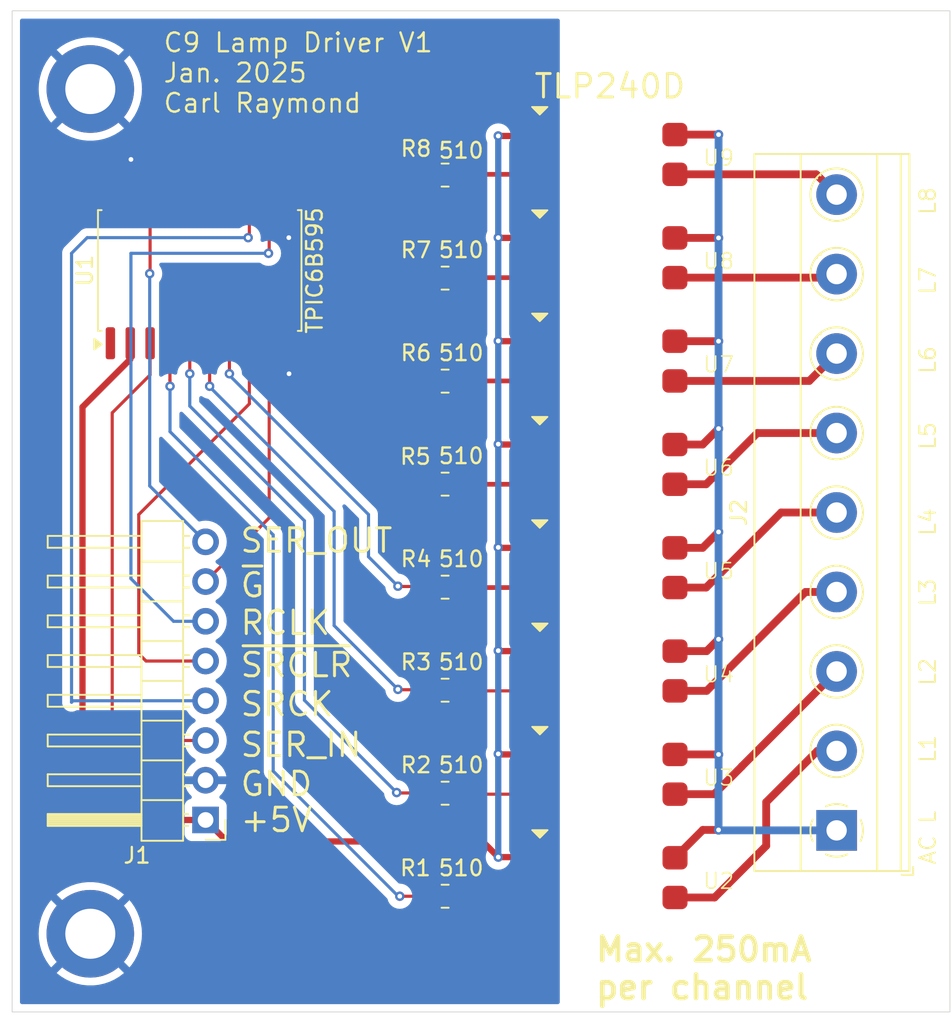
<source format=kicad_pcb>
(kicad_pcb (version 20240108) (generator "pcbnew") (generator_version "8.0")
  (layers (0 "F.Cu" signal) (31 "B.Cu" signal) (34 "B.Paste" user) (35 "F.Paste" user) (36 "B.SilkS" user "B.Silkscreen") (37 "F.SilkS" user "F.Silkscreen") (38 "B.Mask" user) (39 "F.Mask" user) (44 "Edge.Cuts" user))
  (net 0 "")
  (net 1 "/SER_IN")
  (net 2 "GND")
  (net 3 "/~{SRCLR}")
  (net 4 "+5V")
  (net 5 "/SRCK")
  (net 6 "/AC_LINE")
  (net 7 "Net-(U1-DRAIN0)")
  (net 8 "Net-(R1-Pad2)")
  (net 9 "Net-(R2-Pad2)")
  (net 10 "Net-(U1-DRAIN1)")
  (net 11 "Net-(R3-Pad2)")
  (net 12 "Net-(U1-DRAIN2)")
  (net 13 "Net-(R4-Pad2)")
  (net 14 "Net-(U1-DRAIN3)")
  (net 15 "Net-(R5-Pad2)")
  (net 16 "Net-(U1-DRAIN4)")
  (net 17 "Net-(R6-Pad2)")
  (net 18 "Net-(U1-DRAIN5)")
  (net 19 "Net-(R7-Pad2)")
  (net 20 "Net-(U1-DRAIN6)")
  (net 21 "Net-(U1-DRAIN7)")
  (net 22 "Net-(R8-Pad2)")
  (net 23 "/RCLK")
  (net 26 "/~{G}")
  (net 27 "/SER_OUT")
  (net 28 "/AC_LAMP7")
  (net 29 "/AC_LAMP6")
  (net 30 "/AC_LAMP2")
  (net 31 "/AC_LAMP5")
  (net 32 "/AC_LAMP4")
  (net 33 "/AC_LAMP1")
  (net 34 "/AC_LAMP8")
  (net 35 "/AC_LAMP3")
  (footprint "Library:TLP240D LF1" (layer "F.Cu") (at 164.052 72.39 -90)
    (property "Reference" "U7" (at 0.218 -7.148 0) (layer "F.SilkS") (effects (font (thickness 0.1))))
    (property "Value" "Relay_TLP240D")
    (fp_poly (pts (xy -3.041368 3.796505) (xy -3.041368 4.796505) (xy -2.541368 4.296505)) (stroke (width 0.1)) (fill solid) (layer "F.SilkS"))
    (pad "1" smd roundrect (at -1.27 4.35 270) (size 1.5 1.6) (layers "F.Cu" "F.Paste" "F.Mask") (net 4 "+5V"))
    (pad "2" smd roundrect (at 1.27 4.35 270) (size 1.5 1.6) (layers "F.Cu" "F.Paste" "F.Mask") (net 17 "Net-(R6-Pad2)"))
    (pad "3" smd roundrect (at 1.27 -4.35 270) (size 1.5 1.6) (layers "F.Cu" "F.Paste" "F.Mask") (net 29 "/AC_LAMP6"))
    (pad "4" smd roundrect (at -1.27 -4.35 270) (size 1.5 1.6) (layers "F.Cu" "F.Paste" "F.Mask") (net 6 "/AC_LINE"))
  )
  (footprint "Package_SO:SOIC-20W_7.5x12.8mm_P1.27mm" (layer "F.Cu") (at 138 66.6 90)
    (property "Reference" "U1" (at 0 -7.35 90) (layer "F.SilkS"))
    (property "Value" "TPIC6B595" (at 0 7.35 90) (layer "F.SilkS"))
    (fp_line (start 3.86 -6.51) (end 3.86 -6.275) (stroke (width 0.12)) (layer "F.SilkS"))
    (fp_line (start 0 -6.51) (end 3.86 -6.51) (stroke (width 0.12)) (layer "F.SilkS"))
    (fp_line (start 0 -6.51) (end -3.86 -6.51) (stroke (width 0.12)) (layer "F.SilkS"))
    (fp_line (start -3.86 -6.51) (end -3.86 -6.275) (stroke (width 0.12)) (layer "F.SilkS"))
    (fp_line (start 3.86 6.51) (end 3.86 6.275) (stroke (width 0.12)) (layer "F.SilkS"))
    (fp_line (start 0 6.51) (end 3.86 6.51) (stroke (width 0.12)) (layer "F.SilkS"))
    (fp_line (start 0 6.51) (end -3.86 6.51) (stroke (width 0.12)) (layer "F.SilkS"))
    (fp_line (start -3.86 6.51) (end -3.86 6.275) (stroke (width 0.12)) (layer "F.SilkS"))
    (fp_poly (pts (xy -4.7125 -6.275) (xy -5.0525 -6.745) (xy -4.3725 -6.745) (xy -4.7125 -6.275)) (stroke (width 0.12)) (fill solid) (layer "F.SilkS"))
    (pad "1" smd roundrect (at -4.65 -5.715 90) (size 2.05 0.6) (layers "F.Cu" "F.Paste" "F.Mask"))
    (pad "2" smd roundrect (at -4.65 -4.445 90) (size 2.05 0.6) (layers "F.Cu" "F.Paste" "F.Mask") (net 4 "+5V"))
    (pad "3" smd roundrect (at -4.65 -3.175 90) (size 2.05 0.6) (layers "F.Cu" "F.Paste" "F.Mask") (net 1 "/SER_IN"))
    (pad "4" smd roundrect (at -4.65 -1.905 90) (size 2.05 0.6) (layers "F.Cu" "F.Paste" "F.Mask") (net 7 "Net-(U1-DRAIN0)"))
    (pad "5" smd roundrect (at -4.65 -0.635 90) (size 2.05 0.6) (layers "F.Cu" "F.Paste" "F.Mask") (net 10 "Net-(U1-DRAIN1)"))
    (pad "6" smd roundrect (at -4.65 0.635 90) (size 2.05 0.6) (layers "F.Cu" "F.Paste" "F.Mask") (net 12 "Net-(U1-DRAIN2)"))
    (pad "7" smd roundrect (at -4.65 1.905 90) (size 2.05 0.6) (layers "F.Cu" "F.Paste" "F.Mask") (net 14 "Net-(U1-DRAIN3)"))
    (pad "8" smd roundrect (at -4.65 3.175 90) (size 2.05 0.6) (layers "F.Cu" "F.Paste" "F.Mask") (net 3 "/~{SRCLR}"))
    (pad "9" smd roundrect (at -4.65 4.445 90) (size 2.05 0.6) (layers "F.Cu" "F.Paste" "F.Mask") (net 26 "/~{G}"))
    (pad "10" smd roundrect (at -4.65 5.715 90) (size 2.05 0.6) (layers "F.Cu" "F.Paste" "F.Mask") (net 2 "GND"))
    (pad "11" smd roundrect (at 4.65 5.715 90) (size 2.05 0.6) (layers "F.Cu" "F.Paste" "F.Mask") (net 2 "GND"))
    (pad "12" smd roundrect (at 4.65 4.445 90) (size 2.05 0.6) (layers "F.Cu" "F.Paste" "F.Mask") (net 23 "/RCLK"))
    (pad "13" smd roundrect (at 4.65 3.175 90) (size 2.05 0.6) (layers "F.Cu" "F.Paste" "F.Mask") (net 5 "/SRCK"))
    (pad "14" smd roundrect (at 4.65 1.905 90) (size 2.05 0.6) (layers "F.Cu" "F.Paste" "F.Mask") (net 16 "Net-(U1-DRAIN4)"))
    (pad "15" smd roundrect (at 4.65 0.635 90) (size 2.05 0.6) (layers "F.Cu" "F.Paste" "F.Mask") (net 18 "Net-(U1-DRAIN5)"))
    (pad "16" smd roundrect (at 4.65 -0.635 90) (size 2.05 0.6) (layers "F.Cu" "F.Paste" "F.Mask") (net 20 "Net-(U1-DRAIN6)"))
    (pad "17" smd roundrect (at 4.65 -1.905 90) (size 2.05 0.6) (layers "F.Cu" "F.Paste" "F.Mask") (net 21 "Net-(U1-DRAIN7)"))
    (pad "18" smd roundrect (at 4.65 -3.175 90) (size 2.05 0.6) (layers "F.Cu" "F.Paste" "F.Mask") (net 27 "/SER_OUT"))
    (pad "19" smd roundrect (at 4.65 -4.445 90) (size 2.05 0.6) (layers "F.Cu" "F.Paste" "F.Mask") (net 2 "GND"))
    (pad "20" smd roundrect (at 4.65 -5.715 90) (size 2.05 0.6) (layers "F.Cu" "F.Paste" "F.Mask"))
  )
  (footprint "Connector_PinHeader_2.54mm:PinHeader_1x08_P2.54mm_Horizontal" (layer "F.Cu") (at 138.375 101.725 180)
    (property "Reference" "J1" (at 4.385 -2.27 180) (layer "F.SilkS"))
    (property "Value" "Conn_01x07_Pin")
    (fp_line (start 10.1 18.16) (end 4.1 18.16) (stroke (width 0.12)) (layer "F.SilkS"))
    (fp_line (start 10.1 17.4) (end 10.1 18.16) (stroke (width 0.12)) (layer "F.SilkS"))
    (fp_line (start 10.1 15.62) (end 4.1 15.62) (stroke (width 0.12)) (layer "F.SilkS"))
    (fp_line (start 10.1 14.86) (end 10.1 15.62) (stroke (width 0.12)) (layer "F.SilkS"))
    (fp_line (start 10.1 13.08) (end 4.1 13.08) (stroke (width 0.12)) (layer "F.SilkS"))
    (fp_line (start 10.1 12.32) (end 10.1 13.08) (stroke (width 0.12)) (layer "F.SilkS"))
    (fp_line (start 10.1 10.54) (end 4.1 10.54) (stroke (width 0.12)) (layer "F.SilkS"))
    (fp_line (start 10.1 9.78) (end 10.1 10.54) (stroke (width 0.12)) (layer "F.SilkS"))
    (fp_line (start 10.1 8) (end 4.1 8) (stroke (width 0.12)) (layer "F.SilkS"))
    (fp_line (start 10.1 7.24) (end 10.1 8) (stroke (width 0.12)) (layer "F.SilkS"))
    (fp_line (start 10.1 5.46) (end 4.1 5.46) (stroke (width 0.12)) (layer "F.SilkS"))
    (fp_line (start 10.1 4.7) (end 10.1 5.46) (stroke (width 0.12)) (layer "F.SilkS"))
    (fp_line (start 10.1 2.92) (end 4.1 2.92) (stroke (width 0.12)) (layer "F.SilkS"))
    (fp_line (start 10.1 2.16) (end 10.1 2.92) (stroke (width 0.12)) (layer "F.SilkS"))
    (fp_line (start 10.1 0.38) (end 4.1 0.38) (stroke (width 0.12)) (layer "F.SilkS"))
    (fp_line (start 10.1 -0.38) (end 10.1 0.38) (stroke (width 0.12)) (layer "F.SilkS"))
    (fp_line (start 4.1 19.11) (end 4.1 -1.33) (stroke (width 0.12)) (layer "F.SilkS"))
    (fp_line (start 4.1 17.4) (end 10.1 17.4) (stroke (width 0.12)) (layer "F.SilkS"))
    (fp_line (start 4.1 14.86) (end 10.1 14.86) (stroke (width 0.12)) (layer "F.SilkS"))
    (fp_line (start 4.1 12.32) (end 10.1 12.32) (stroke (width 0.12)) (layer "F.SilkS"))
    (fp_line (start 4.1 9.78) (end 10.1 9.78) (stroke (width 0.12)) (layer "F.SilkS"))
    (fp_line (start 4.1 7.24) (end 10.1 7.24) (stroke (width 0.12)) (layer "F.SilkS"))
    (fp_line (start 4.1 4.7) (end 10.1 4.7) (stroke (width 0.12)) (layer "F.SilkS"))
    (fp_line (start 4.1 2.16) (end 10.1 2.16) (stroke (width 0.12)) (layer "F.SilkS"))
    (fp_line (start 4.1 0.28) (end 10.1 0.28) (stroke (width 0.12)) (layer "F.SilkS"))
    (fp_line (start 4.1 0.16) (end 10.1 0.16) (stroke (width 0.12)) (layer "F.SilkS"))
    (fp_line (start 4.1 0.04) (end 10.1 0.04) (stroke (width 0.12)) (layer "F.SilkS"))
    (fp_line (start 4.1 -0.08) (end 10.1 -0.08) (stroke (width 0.12)) (layer "F.SilkS"))
    (fp_line (start 4.1 -0.2) (end 10.1 -0.2) (stroke (width 0.12)) (layer "F.SilkS"))
    (fp_line (start 4.1 -0.32) (end 10.1 -0.32) (stroke (width 0.12)) (layer "F.SilkS"))
    (fp_line (start 4.1 -0.38) (end 10.1 -0.38) (stroke (width 0.12)) (layer "F.SilkS"))
    (fp_line (start 4.1 -1.33) (end 1.44 -1.33) (stroke (width 0.12)) (layer "F.SilkS"))
    (fp_line (start 1.44 19.11) (end 4.1 19.11) (stroke (width 0.12)) (layer "F.SilkS"))
    (fp_line (start 1.44 16.51) (end 4.1 16.51) (stroke (width 0.12)) (layer "F.SilkS"))
    (fp_line (start 1.44 13.97) (end 4.1 13.97) (stroke (width 0.12)) (layer "F.SilkS"))
    (fp_line (start 1.44 11.43) (end 4.1 11.43) (stroke (width 0.12)) (layer "F.SilkS"))
    (fp_line (start 1.44 8.89) (end 4.1 8.89) (stroke (width 0.12)) (layer "F.SilkS"))
    (fp_line (start 1.44 6.35) (end 4.1 6.35) (stroke (width 0.12)) (layer "F.SilkS"))
    (fp_line (start 1.44 3.81) (end 4.1 3.81) (stroke (width 0.12)) (layer "F.SilkS"))
    (fp_line (start 1.44 1.27) (end 4.1 1.27) (stroke (width 0.12)) (layer "F.SilkS"))
    (fp_line (start 1.44 -1.33) (end 1.44 19.11) (stroke (width 0.12)) (layer "F.SilkS"))
    (fp_line (start 1.11 0.38) (end 1.44 0.38) (stroke (width 0.12)) (layer "F.SilkS"))
    (fp_line (start 1.11 -0.38) (end 1.44 -0.38) (stroke (width 0.12)) (layer "F.SilkS"))
    (fp_line (start 1.042929 18.16) (end 1.44 18.16) (stroke (width 0.12)) (layer "F.SilkS"))
    (fp_line (start 1.042929 17.4) (end 1.44 17.4) (stroke (width 0.12)) (layer "F.SilkS"))
    (fp_line (start 1.042929 15.62) (end 1.44 15.62) (stroke (width 0.12)) (layer "F.SilkS"))
    (fp_line (start 1.042929 14.86) (end 1.44 14.86) (stroke (width 0.12)) (layer "F.SilkS"))
    (fp_line (start 1.042929 13.08) (end 1.44 13.08) (stroke (width 0.12)) (layer "F.SilkS"))
    (fp_line (start 1.042929 12.32) (end 1.44 12.32) (stroke (width 0.12)) (layer "F.SilkS"))
    (fp_line (start 1.042929 10.54) (end 1.44 10.54) (stroke (width 0.12)) (layer "F.SilkS"))
    (fp_line (start 1.042929 9.78) (end 1.44 9.78) (stroke (width 0.12)) (layer "F.SilkS"))
    (fp_line (start 1.042929 8) (end 1.44 8) (stroke (width 0.12)) (layer "F.SilkS"))
    (fp_line (start 1.042929 7.24) (end 1.44 7.24) (stroke (width 0.12)) (layer "F.SilkS"))
    (fp_line (start 1.042929 5.46) (end 1.44 5.46) (stroke (width 0.12)) (layer "F.SilkS"))
    (fp_line (start 1.042929 4.7) (end 1.44 4.7) (stroke (width 0.12)) (layer "F.SilkS"))
    (fp_line (start 1.042929 2.92) (end 1.44 2.92) (stroke (width 0.12)) (layer "F.SilkS"))
    (fp_line (start 1.042929 2.16) (end 1.44 2.16) (stroke (width 0.12)) (layer "F.SilkS"))
    (fp_line (start -1.27 0) (end -1.27 -1.27) (stroke (width 0.12)) (layer "F.SilkS"))
    (fp_line (start -1.27 -1.27) (end 0 -1.27) (stroke (width 0.12)) (layer "F.SilkS"))
    (pad "1" thru_hole rect (at 0 0 180) (size 1.7 1.7) (drill 1) (layers "*.Cu" "*.Mask") (net 4 "+5V"))
    (pad "2" thru_hole oval (at 0 2.54 180) (size 1.7 1.7) (drill 1) (layers "*.Cu" "*.Mask") (net 2 "GND"))
    (pad "3" thru_hole oval (at 0 5.08 180) (size 1.7 1.7) (drill 1) (layers "*.Cu" "*.Mask") (net 1 "/SER_IN"))
    (pad "4" thru_hole oval (at 0 7.62 180) (size 1.7 1.7) (drill 1) (layers "*.Cu" "*.Mask") (net 5 "/SRCK"))
    (pad "5" thru_hole oval (at 0 10.16 180) (size 1.7 1.7) (drill 1) (layers "*.Cu" "*.Mask") (net 3 "/~{SRCLR}"))
    (pad "6" thru_hole oval (at 0 12.7 180) (size 1.7 1.7) (drill 1) (layers "*.Cu" "*.Mask") (net 23 "/RCLK"))
    (pad "7" thru_hole oval (at 0 15.24 180) (size 1.7 1.7) (drill 1) (layers "*.Cu" "*.Mask") (net 26 "/~{G}"))
    (pad "8" thru_hole oval (at 0 17.78 180) (size 1.7 1.7) (drill 1) (layers "*.Cu" "*.Mask") (net 27 "/SER_OUT"))
  )
  (footprint "Resistor_SMD:R_0805_2012Metric_Pad1.20x1.40mm_HandSolder" (layer "F.Cu") (at 153.7 80.257142)
    (property "Reference" "R5" (at -1.9 -1.757142 0) (layer "F.SilkS"))
    (property "Value" "510" (at 1.026 -1.8 0) (layer "F.SilkS"))
    (fp_line (start -0.227064 -0.735) (end 0.227064 -0.735) (stroke (width 0.12)) (layer "F.SilkS"))
    (fp_line (start -0.227064 0.735) (end 0.227064 0.735) (stroke (width 0.12)) (layer "F.SilkS"))
    (pad "1" smd roundrect (at -1 0) (size 1.2 1.4) (layers "F.Cu" "F.Paste" "F.Mask") (roundrect_rratio 0.208333) (net 16 "Net-(U1-DRAIN4)"))
    (pad "2" smd roundrect (at 1 0) (size 1.2 1.4) (layers "F.Cu" "F.Paste" "F.Mask") (roundrect_rratio 0.208333) (net 15 "Net-(R5-Pad2)"))
  )
  (footprint "MountingHole:MountingHole_3.2mm_M3_DIN965_Pad" (layer "F.Cu") (at 131 109)
    (property "Reference" "H4" (hide yes))
    (property "Value" "MountingHole_Pad" (hide yes))
    (pad "1" thru_hole circle (at 0 0) (size 5.6 5.6) (drill 3.2) (layers "*.Cu" "*.Mask") (net 2 "GND"))
  )
  (footprint "Library:TLP240D LF1" (layer "F.Cu") (at 164.052 65.786 -90)
    (property "Reference" "U8" (at 0.218 -7.148 0) (layer "F.SilkS") (effects (font (thickness 0.1))))
    (property "Value" "Relay_TLP240D")
    (fp_poly (pts (xy -3.041368 3.796505) (xy -3.041368 4.796505) (xy -2.541368 4.296505)) (stroke (width 0.1)) (fill solid) (layer "F.SilkS"))
    (pad "1" smd roundrect (at -1.27 4.35 270) (size 1.5 1.6) (layers "F.Cu" "F.Paste" "F.Mask") (net 4 "+5V"))
    (pad "2" smd roundrect (at 1.27 4.35 270) (size 1.5 1.6) (layers "F.Cu" "F.Paste" "F.Mask") (net 19 "Net-(R7-Pad2)"))
    (pad "3" smd roundrect (at 1.27 -4.35 270) (size 1.5 1.6) (layers "F.Cu" "F.Paste" "F.Mask") (net 28 "/AC_LAMP7"))
    (pad "4" smd roundrect (at -1.27 -4.35 270) (size 1.5 1.6) (layers "F.Cu" "F.Paste" "F.Mask") (net 6 "/AC_LINE"))
  )
  (footprint "Library:TLP240D LF1" (layer "F.Cu") (at 164.06 105.41 -90)
    (property "Reference" "U2" (at 0.218 -7.14 0) (layer "F.SilkS") (effects (font (thickness 0.1))))
    (property "Value" "Relay_TLP240D")
    (fp_poly (pts (xy -3.041368 3.796505) (xy -3.041368 4.796505) (xy -2.541368 4.296505)) (stroke (width 0.1)) (fill solid) (layer "F.SilkS"))
    (pad "1" smd roundrect (at -1.27 4.35 270) (size 1.5 1.6) (layers "F.Cu" "F.Paste" "F.Mask") (net 4 "+5V"))
    (pad "2" smd roundrect (at 1.27 4.35 270) (size 1.5 1.6) (layers "F.Cu" "F.Paste" "F.Mask") (net 8 "Net-(R1-Pad2)"))
    (pad "3" smd roundrect (at 1.27 -4.35 270) (size 1.5 1.6) (layers "F.Cu" "F.Paste" "F.Mask") (net 33 "/AC_LAMP1"))
    (pad "4" smd roundrect (at -1.27 -4.35 270) (size 1.5 1.6) (layers "F.Cu" "F.Paste" "F.Mask") (net 6 "/AC_LINE"))
  )
  (footprint "MountingHole:MountingHole_3.2mm_M3_ISO14580" (layer "F.Cu") (at 181 55)
    (property "Reference" "H1" (hide yes))
    (property "Value" "MountingHole" (hide yes))
    (pad "" np_thru_hole circle (at 0 0) (size 3.2 3.2) (drill 3.2) (layers "*.Cu" "*.Mask"))
  )
  (footprint "TerminalBlock_Phoenix:TerminalBlock_Phoenix_MKDS-1,5-9-5.08_1x09_P5.08mm_Horizontal" (layer "F.Cu") (at 178.749 102.39 90)
    (property "Reference" "J2" (at 20.32 -6.26 90) (layer "F.SilkS"))
    (property "Value" "Conn_01x09_Pin")
    (fp_line (start 43.24 -5.261) (end 43.24 4.66) (stroke (width 0.12)) (layer "F.SilkS"))
    (fp_line (start -2.6 -5.261) (end 43.24 -5.261) (stroke (width 0.12)) (layer "F.SilkS"))
    (fp_line (start -2.6 -5.261) (end -2.6 4.66) (stroke (width 0.12)) (layer "F.SilkS"))
    (fp_line (start -2.6 -2.301) (end 43.24 -2.301) (stroke (width 0.12)) (layer "F.SilkS"))
    (fp_line (start 41.71 -1.275) (end 41.675 -1.239) (stroke (width 0.12)) (layer "F.SilkS"))
    (fp_line (start 36.63 -1.275) (end 36.595 -1.239) (stroke (width 0.12)) (layer "F.SilkS"))
    (fp_line (start 31.55 -1.275) (end 31.515 -1.239) (stroke (width 0.12)) (layer "F.SilkS"))
    (fp_line (start 26.47 -1.275) (end 26.435 -1.239) (stroke (width 0.12)) (layer "F.SilkS"))
    (fp_line (start 21.39 -1.275) (end 21.355 -1.239) (stroke (width 0.12)) (layer "F.SilkS"))
    (fp_line (start 16.31 -1.275) (end 16.275 -1.239) (stroke (width 0.12)) (layer "F.SilkS"))
    (fp_line (start 11.23 -1.275) (end 11.195 -1.239) (stroke (width 0.12)) (layer "F.SilkS"))
    (fp_line (start 6.15 -1.275) (end 6.115 -1.239) (stroke (width 0.12)) (layer "F.SilkS"))
    (fp_line (start 41.915 -1.069) (end 41.868 -1.023) (stroke (width 0.12)) (layer "F.SilkS"))
    (fp_line (start 36.835 -1.069) (end 36.788 -1.023) (stroke (width 0.12)) (layer "F.SilkS"))
    (fp_line (start 31.755 -1.069) (end 31.708 -1.023) (stroke (width 0.12)) (layer "F.SilkS"))
    (fp_line (start 26.675 -1.069) (end 26.628 -1.023) (stroke (width 0.12)) (layer "F.SilkS"))
    (fp_line (start 21.595 -1.069) (end 21.548 -1.023) (stroke (width 0.12)) (layer "F.SilkS"))
    (fp_line (start 16.515 -1.069) (end 16.468 -1.023) (stroke (width 0.12)) (layer "F.SilkS"))
    (fp_line (start 11.435 -1.069) (end 11.388 -1.023) (stroke (width 0.12)) (layer "F.SilkS"))
    (fp_line (start 6.355 -1.069) (end 6.308 -1.023) (stroke (width 0.12)) (layer "F.SilkS"))
    (fp_line (start 39.413 1.023) (end 39.366 1.069) (stroke (width 0.12)) (layer "F.SilkS"))
    (fp_line (start 34.333 1.023) (end 34.286 1.069) (stroke (width 0.12)) (layer "F.SilkS"))
    (fp_line (start 29.253 1.023) (end 29.206 1.069) (stroke (width 0.12)) (layer "F.SilkS"))
    (fp_line (start 24.173 1.023) (end 24.126 1.069) (stroke (width 0.12)) (layer "F.SilkS"))
    (fp_line (start 19.093 1.023) (end 19.046 1.069) (stroke (width 0.12)) (layer "F.SilkS"))
    (fp_line (start 14.013 1.023) (end 13.966 1.069) (stroke (width 0.12)) (layer "F.SilkS"))
    (fp_line (start 8.933 1.023) (end 8.886 1.069) (stroke (width 0.12)) (layer "F.SilkS"))
    (fp_line (start 3.853 1.023) (end 3.806 1.069) (stroke (width 0.12)) (layer "F.SilkS"))
    (fp_line (start 39.606 1.239) (end 39.571 1.274) (stroke (width 0.12)) (layer "F.SilkS"))
    (fp_line (start 34.526 1.239) (end 34.491 1.274) (stroke (width 0.12)) (layer "F.SilkS"))
    (fp_line (start 29.446 1.239) (end 29.411 1.274) (stroke (width 0.12)) (layer "F.SilkS"))
    (fp_line (start 24.366 1.239) (end 24.331 1.274) (stroke (width 0.12)) (layer "F.SilkS"))
    (fp_line (start 19.286 1.239) (end 19.251 1.274) (stroke (width 0.12)) (layer "F.SilkS"))
    (fp_line (start 14.206 1.239) (end 14.171 1.274) (stroke (width 0.12)) (layer "F.SilkS"))
    (fp_line (start 9.126 1.239) (end 9.091 1.274) (stroke (width 0.12)) (layer "F.SilkS"))
    (fp_line (start 4.046 1.239) (end 4.011 1.274) (stroke (width 0.12)) (layer "F.SilkS"))
    (fp_line (start -2.6 2.6) (end 43.24 2.6) (stroke (width 0.12)) (layer "F.SilkS"))
    (fp_line (start -2.6 4.1) (end 43.24 4.1) (stroke (width 0.12)) (layer "F.SilkS"))
    (fp_line (start -2.84 4.16) (end -2.84 4.9) (stroke (width 0.12)) (layer "F.SilkS"))
    (fp_line (start -2.6 4.66) (end 43.24 4.66) (stroke (width 0.12)) (layer "F.SilkS"))
    (fp_line (start -2.84 4.9) (end -2.34 4.9) (stroke (width 0.12)) (layer "F.SilkS"))
    (fp_arc (start -0.683042 -1.535427) (mid 0.000524 -1.680501) (end 0.684 -1.535) (stroke (width 0.12)) (layer "F.SilkS"))
    (fp_arc (start 1.535427 -0.683042) (mid 1.680501 0.000524) (end 1.535 0.684) (stroke (width 0.12)) (layer "F.SilkS"))
    (fp_arc (start -1.535427 0.683042) (mid -1.680501 -0.000524) (end -1.535 -0.684) (stroke (width 0.12)) (layer "F.SilkS"))
    (fp_arc (start 0.683318 1.534756) (mid 0.349292 1.643288) (end 0 1.68) (stroke (width 0.12)) (layer "F.SilkS"))
    (fp_arc (start 0.028805 1.680253) (mid -0.335551 1.646659) (end -0.684 1.535) (stroke (width 0.12)) (layer "F.SilkS"))
    (fp_circle (center 40.64 0) (end 42.32 0) (stroke (width 0.12)) (fill none) (layer "F.SilkS"))
    (fp_circle (center 35.56 0) (end 37.24 0) (stroke (width 0.12)) (fill none) (layer "F.SilkS"))
    (fp_circle (center 30.48 0) (end 32.16 0) (stroke (width 0.12)) (fill none) (layer "F.SilkS"))
    (fp_circle (center 25.4 0) (end 27.08 0) (stroke (width 0.12)) (fill none) (layer "F.SilkS"))
    (fp_circle (center 20.32 0) (end 22 0) (stroke (width 0.12)) (fill none) (layer "F.SilkS"))
    (fp_circle (center 15.24 0) (end 16.92 0) (stroke (width 0.12)) (fill none) (layer "F.SilkS"))
    (fp_circle (center 10.16 0) (end 11.84 0) (stroke (width 0.12)) (fill none) (layer "F.SilkS"))
    (fp_circle (center 5.08 0) (end 6.76 0) (stroke (width 0.12)) (fill none) (layer "F.SilkS"))
    (pad "1" thru_hole rect (at 0 0 90) (size 2.6 2.6) (drill 1.3) (layers "*.Cu" "*.Mask") (net 6 "/AC_LINE"))
    (pad "2" thru_hole circle (at 5.08 0 90) (size 2.6 2.6) (drill 1.3) (layers "*.Cu" "*.Mask") (net 33 "/AC_LAMP1"))
    (pad "3" thru_hole circle (at 10.16 0 90) (size 2.6 2.6) (drill 1.3) (layers "*.Cu" "*.Mask") (net 30 "/AC_LAMP2"))
    (pad "4" thru_hole circle (at 15.24 0 90) (size 2.6 2.6) (drill 1.3) (layers "*.Cu" "*.Mask") (net 35 "/AC_LAMP3"))
    (pad "5" thru_hole circle (at 20.32 0 90) (size 2.6 2.6) (drill 1.3) (layers "*.Cu" "*.Mask") (net 32 "/AC_LAMP4"))
    (pad "6" thru_hole circle (at 25.4 0 90) (size 2.6 2.6) (drill 1.3) (layers "*.Cu" "*.Mask") (net 31 "/AC_LAMP5"))
    (pad "7" thru_hole circle (at 30.48 0 90) (size 2.6 2.6) (drill 1.3) (layers "*.Cu" "*.Mask") (net 29 "/AC_LAMP6"))
    (pad "8" thru_hole circle (at 35.56 0 90) (size 2.6 2.6) (drill 1.3) (layers "*.Cu" "*.Mask") (net 28 "/AC_LAMP7"))
    (pad "9" thru_hole circle (at 40.64 0 90) (size 2.6 2.6) (drill 1.3) (layers "*.Cu" "*.Mask") (net 34 "/AC_LAMP8"))
  )
  (footprint "MountingHole:MountingHole_3.2mm_M3_DIN965_Pad" (layer "F.Cu") (at 131 55)
    (property "Reference" "H3" (hide yes))
    (property "Value" "MountingHole_Pad" (hide yes))
    (pad "1" thru_hole circle (at 0 0) (size 5.6 5.6) (drill 3.2) (layers "*.Cu" "*.Mask") (net 2 "GND"))
  )
  (footprint "MountingHole:MountingHole_3.2mm_M3_ISO14580" (layer "F.Cu") (at 181 109)
    (property "Reference" "H2" (hide yes))
    (property "Value" "MountingHole")
    (pad "" np_thru_hole circle (at 0 0) (size 3.2 3.2) (drill 3.2) (layers "*.Cu" "*.Mask"))
  )
  (footprint "Resistor_SMD:R_0805_2012Metric_Pad1.20x1.40mm_HandSolder" (layer "F.Cu") (at 153.7 93.42857)
    (property "Reference" "R3" (at -1.864 -1.8 0) (layer "F.SilkS"))
    (property "Value" "510" (at 1.026 -1.8 0) (layer "F.SilkS"))
    (fp_line (start -0.227064 -0.735) (end 0.227064 -0.735) (stroke (width 0.12)) (layer "F.SilkS"))
    (fp_line (start -0.227064 0.735) (end 0.227064 0.735) (stroke (width 0.12)) (layer "F.SilkS"))
    (pad "1" smd roundrect (at -1 0) (size 1.2 1.4) (layers "F.Cu" "F.Paste" "F.Mask") (roundrect_rratio 0.208333) (net 12 "Net-(U1-DRAIN2)"))
    (pad "2" smd roundrect (at 1 0) (size 1.2 1.4) (layers "F.Cu" "F.Paste" "F.Mask") (roundrect_rratio 0.208333) (net 11 "Net-(R3-Pad2)"))
  )
  (footprint "Resistor_SMD:R_0805_2012Metric_Pad1.20x1.40mm_HandSolder" (layer "F.Cu") (at 153.7 67.085714)
    (property "Reference" "R7" (at -1.864 -1.792 0) (layer "F.SilkS"))
    (property "Value" "510" (at 1.026 -1.8 0) (layer "F.SilkS"))
    (fp_line (start -0.227064 -0.735) (end 0.227064 -0.735) (stroke (width 0.12)) (layer "F.SilkS"))
    (fp_line (start -0.227064 0.735) (end 0.227064 0.735) (stroke (width 0.12)) (layer "F.SilkS"))
    (pad "1" smd roundrect (at -1 0) (size 1.2 1.4) (layers "F.Cu" "F.Paste" "F.Mask") (roundrect_rratio 0.208333) (net 20 "Net-(U1-DRAIN6)"))
    (pad "2" smd roundrect (at 1 0) (size 1.2 1.4) (layers "F.Cu" "F.Paste" "F.Mask") (roundrect_rratio 0.208333) (net 19 "Net-(R7-Pad2)"))
  )
  (footprint "Resistor_SMD:R_0805_2012Metric_Pad1.20x1.40mm_HandSolder" (layer "F.Cu") (at 153.7 60.5)
    (property "Reference" "R8" (at -1.864 -1.688 0) (layer "F.SilkS"))
    (property "Value" "510" (at 1.026 -1.572 0) (layer "F.SilkS"))
    (fp_line (start -0.227064 -0.735) (end 0.227064 -0.735) (stroke (width 0.12)) (layer "F.SilkS"))
    (fp_line (start -0.227064 0.735) (end 0.227064 0.735) (stroke (width 0.12)) (layer "F.SilkS"))
    (pad "1" smd roundrect (at -1 0) (size 1.2 1.4) (layers "F.Cu" "F.Paste" "F.Mask") (roundrect_rratio 0.208333) (net 21 "Net-(U1-DRAIN7)"))
    (pad "2" smd roundrect (at 1 0) (size 1.2 1.4) (layers "F.Cu" "F.Paste" "F.Mask") (roundrect_rratio 0.208333) (net 22 "Net-(R8-Pad2)"))
  )
  (footprint "Resistor_SMD:R_0805_2012Metric_Pad1.20x1.40mm_HandSolder" (layer "F.Cu") (at 153.7 86.842856)
    (property "Reference" "R4" (at -1.864 -1.8 0) (layer "F.SilkS"))
    (property "Value" "510" (at 1.026 -1.8 0) (layer "F.SilkS"))
    (fp_line (start -0.227064 -0.735) (end 0.227064 -0.735) (stroke (width 0.12)) (layer "F.SilkS"))
    (fp_line (start -0.227064 0.735) (end 0.227064 0.735) (stroke (width 0.12)) (layer "F.SilkS"))
    (pad "1" smd roundrect (at -1 0) (size 1.2 1.4) (layers "F.Cu" "F.Paste" "F.Mask") (roundrect_rratio 0.208333) (net 14 "Net-(U1-DRAIN3)"))
    (pad "2" smd roundrect (at 1 0) (size 1.2 1.4) (layers "F.Cu" "F.Paste" "F.Mask") (roundrect_rratio 0.208333) (net 13 "Net-(R4-Pad2)"))
  )
  (footprint "Resistor_SMD:R_0805_2012Metric_Pad1.20x1.40mm_HandSolder" (layer "F.Cu") (at 153.7 100.014284)
    (property "Reference" "R2" (at -1.864 -1.8 0) (layer "F.SilkS"))
    (property "Value" "510" (at 1.026 -1.8 0) (layer "F.SilkS"))
    (fp_line (start -0.227064 -0.735) (end 0.227064 -0.735) (stroke (width 0.12)) (layer "F.SilkS"))
    (fp_line (start -0.227064 0.735) (end 0.227064 0.735) (stroke (width 0.12)) (layer "F.SilkS"))
    (pad "1" smd roundrect (at -1 0) (size 1.2 1.4) (layers "F.Cu" "F.Paste" "F.Mask") (roundrect_rratio 0.208333) (net 10 "Net-(U1-DRAIN1)"))
    (pad "2" smd roundrect (at 1 0) (size 1.2 1.4) (layers "F.Cu" "F.Paste" "F.Mask") (roundrect_rratio 0.208333) (net 9 "Net-(R2-Pad2)"))
  )
  (footprint "Resistor_SMD:R_0805_2012Metric_Pad1.20x1.40mm_HandSolder" (layer "F.Cu") (at 153.7 73.671428)
    (property "Reference" "R6" (at -1.864 -1.8 0) (layer "F.SilkS"))
    (property "Value" "510" (at 1.026 -1.8 0) (layer "F.SilkS"))
    (fp_line (start -0.227064 -0.735) (end 0.227064 -0.735) (stroke (width 0.12)) (layer "F.SilkS"))
    (fp_line (start -0.227064 0.735) (end 0.227064 0.735) (stroke (width 0.12)) (layer "F.SilkS"))
    (pad "1" smd roundrect (at -1 0) (size 1.2 1.4) (layers "F.Cu" "F.Paste" "F.Mask") (roundrect_rratio 0.208333) (net 18 "Net-(U1-DRAIN5)"))
    (pad "2" smd roundrect (at 1 0) (size 1.2 1.4) (layers "F.Cu" "F.Paste" "F.Mask") (roundrect_rratio 0.208333) (net 17 "Net-(R6-Pad2)"))
  )
  (footprint "Library:TLP240D LF1" (layer "F.Cu") (at 164.06 98.806 -90)
    (property "Reference" "U3" (at 0.218 -7.14 0) (layer "F.SilkS") (effects (font (thickness 0.1))))
    (property "Value" "Relay_TLP240D")
    (fp_poly (pts (xy -3.041368 3.796505) (xy -3.041368 4.796505) (xy -2.541368 4.296505)) (stroke (width 0.1)) (fill solid) (layer "F.SilkS"))
    (pad "1" smd roundrect (at -1.27 4.35 270) (size 1.5 1.6) (layers "F.Cu" "F.Paste" "F.Mask") (net 4 "+5V"))
    (pad "2" smd roundrect (at 1.27 4.35 270) (size 1.5 1.6) (layers "F.Cu" "F.Paste" "F.Mask") (net 9 "Net-(R2-Pad2)"))
    (pad "3" smd roundrect (at 1.27 -4.35 270) (size 1.5 1.6) (layers "F.Cu" "F.Paste" "F.Mask") (net 30 "/AC_LAMP2"))
    (pad "4" smd roundrect (at -1.27 -4.35 270) (size 1.5 1.6) (layers "F.Cu" "F.Paste" "F.Mask") (net 6 "/AC_LINE"))
  )
  (footprint "Library:TLP240D LF1" (layer "F.Cu") (at 164.052 85.598 -90)
    (property "Reference" "U5" (at 0.218 -7.148 0) (layer "F.SilkS") (effects (font (thickness 0.1))))
    (property "Value" "Relay_TLP240D")
    (fp_poly (pts (xy -3.041368 3.796505) (xy -3.041368 4.796505) (xy -2.541368 4.296505)) (stroke (width 0.1)) (fill solid) (layer "F.SilkS"))
    (pad "1" smd roundrect (at -1.27 4.35 270) (size 1.5 1.6) (layers "F.Cu" "F.Paste" "F.Mask") (net 4 "+5V"))
    (pad "2" smd roundrect (at 1.27 4.35 270) (size 1.5 1.6) (layers "F.Cu" "F.Paste" "F.Mask") (net 13 "Net-(R4-Pad2)"))
    (pad "3" smd roundrect (at 1.27 -4.35 270) (size 1.5 1.6) (layers "F.Cu" "F.Paste" "F.Mask") (net 32 "/AC_LAMP4"))
    (pad "4" smd roundrect (at -1.27 -4.35 270) (size 1.5 1.6) (layers "F.Cu" "F.Paste" "F.Mask") (net 6 "/AC_LINE"))
  )
  (footprint "Resistor_SMD:R_0805_2012Metric_Pad1.20x1.40mm_HandSolder" (layer "F.Cu") (at 153.7 106.6)
    (property "Reference" "R1" (at -1.9 -1.8 0) (layer "F.SilkS"))
    (property "Value" "510" (at 1.026 -1.8 0) (layer "F.SilkS"))
    (fp_line (start -0.227064 -0.735) (end 0.227064 -0.735) (stroke (width 0.12)) (layer "F.SilkS"))
    (fp_line (start -0.227064 0.735) (end 0.227064 0.735) (stroke (width 0.12)) (layer "F.SilkS"))
    (pad "1" smd roundrect (at -1 0) (size 1.2 1.4) (layers "F.Cu" "F.Paste" "F.Mask") (roundrect_rratio 0.208333) (net 7 "Net-(U1-DRAIN0)"))
    (pad "2" smd roundrect (at 1 0) (size 1.2 1.4) (layers "F.Cu" "F.Paste" "F.Mask") (roundrect_rratio 0.208333) (net 8 "Net-(R1-Pad2)"))
  )
  (footprint "Library:TLP240D LF1" (layer "F.Cu") (at 164.06 92.202 -90)
    (property "Reference" "U4" (at 0.218 -7.14 0) (layer "F.SilkS") (effects (font (thickness 0.1))))
    (property "Value" "Relay_TLP240D")
    (fp_poly (pts (xy -3.041368 3.796505) (xy -3.041368 4.796505) (xy -2.541368 4.296505)) (stroke (width 0.1)) (fill solid) (layer "F.SilkS"))
    (pad "1" smd roundrect (at -1.27 4.35 270) (size 1.5 1.6) (layers "F.Cu" "F.Paste" "F.Mask") (net 4 "+5V"))
    (pad "2" smd roundrect (at 1.27 4.35 270) (size 1.5 1.6) (layers "F.Cu" "F.Paste" "F.Mask") (net 11 "Net-(R3-Pad2)"))
    (pad "3" smd roundrect (at 1.27 -4.35 270) (size 1.5 1.6) (layers "F.Cu" "F.Paste" "F.Mask") (net 35 "/AC_LAMP3"))
    (pad "4" smd roundrect (at -1.27 -4.35 270) (size 1.5 1.6) (layers "F.Cu" "F.Paste" "F.Mask") (net 6 "/AC_LINE"))
  )
  (footprint "Library:TLP240D LF1" (layer "F.Cu") (at 164.052 78.994 -90)
    (property "Reference" "U6" (at 0.218 -7.148 0) (layer "F.SilkS") (effects (font (thickness 0.1))))
    (property "Value" "Relay_TLP240D")
    (fp_poly (pts (xy -3.041368 3.796505) (xy -3.041368 4.796505) (xy -2.541368 4.296505)) (stroke (width 0.1)) (fill solid) (layer "F.SilkS"))
    (pad "1" smd roundrect (at -1.27 4.35 270) (size 1.5 1.6) (layers "F.Cu" "F.Paste" "F.Mask") (net 4 "+5V"))
    (pad "2" smd roundrect (at 1.27 4.35 270) (size 1.5 1.6) (layers "F.Cu" "F.Paste" "F.Mask") (net 15 "Net-(R5-Pad2)"))
    (pad "3" smd roundrect (at 1.27 -4.35 270) (size 1.5 1.6) (layers "F.Cu" "F.Paste" "F.Mask") (net 31 "/AC_LAMP5"))
    (pad "4" smd roundrect (at -1.27 -4.35 270) (size 1.5 1.6) (layers "F.Cu" "F.Paste" "F.Mask") (net 6 "/AC_LINE"))
  )
  (footprint "Library:TLP240D LF1" (layer "F.Cu") (at 164.052 59.182 -90)
    (property "Reference" "U9" (at 0.218 -7.148 0) (layer "F.SilkS") (effects (font (thickness 0.1))))
    (property "Value" "Relay_TLP240D")
    (fp_poly (pts (xy -3.041368 3.796505) (xy -3.041368 4.796505) (xy -2.541368 4.296505)) (stroke (width 0.1)) (fill solid) (layer "F.SilkS"))
    (pad "1" smd roundrect (at -1.27 4.35 270) (size 1.5 1.6) (layers "F.Cu" "F.Paste" "F.Mask") (net 4 "+5V"))
    (pad "2" smd roundrect (at 1.27 4.35 270) (size 1.5 1.6) (layers "F.Cu" "F.Paste" "F.Mask") (net 22 "Net-(R8-Pad2)"))
    (pad "3" smd roundrect (at 1.27 -4.35 270) (size 1.5 1.6) (layers "F.Cu" "F.Paste" "F.Mask") (net 34 "/AC_LAMP8"))
    (pad "4" smd roundrect (at -1.27 -4.35 270) (size 1.5 1.6) (layers "F.Cu" "F.Paste" "F.Mask") (net 6 "/AC_LINE"))
  )
  (gr_rect (start 126 50) (end 186 114) (stroke (width 0.05)) (fill none) (layer "Edge.Cuts"))
  (gr_text "L4" (at 185.166 83.638 90) (layer "F.SilkS") (effects (font (size 1 1) (thickness 0.125)) (justify left bottom)))
  (gr_text "L1" (at 185.166 98.148 90) (layer "F.SilkS") (effects (font (size 1 1) (thickness 0.125)) (justify left bottom)))
  (gr_text "SER_IN" (at 140.5 97.8 0) (layer "F.SilkS") (effects (font (size 1.5 1.5) (thickness 0.1875)) (justify left bottom)))
  (gr_text "Max. 250mA\nper channel" (at 163.2 113.3 0) (layer "F.SilkS") (effects (font (size 1.5 1.5) (thickness 0.3) (bold yes)) (justify left bottom)))
  (gr_text "L8" (at 185.166 63.122 90) (layer "F.SilkS") (effects (font (size 1 1) (thickness 0.125)) (justify left bottom)))
  (gr_text "L5" (at 185.166 78.138 90) (layer "F.SilkS") (effects (font (size 1 1) (thickness 0.125)) (justify left bottom)))
  (gr_text "~{G}" (at 140.5 87.6 0) (layer "F.SilkS") (effects (font (size 1.5 1.5) (thickness 0.1875)) (justify left bottom)))
  (gr_text "L2" (at 185.166 93.218 90) (layer "F.SilkS") (effects (font (size 1 1) (thickness 0.125)) (justify left bottom)))
  (gr_text "~{SRCLR}" (at 140.5 92.7 0) (layer "F.SilkS") (effects (font (size 1.5 1.5) (thickness 0.1875)) (justify left bottom)))
  (gr_text "C9 Lamp Driver V1\nJan. 2025\nCarl Raymond" (at 135.6 56.6 0) (layer "F.SilkS") (effects (font (size 1.2 1.2)) (justify left bottom)))
  (gr_text "SER_OUT" (at 140.48706 84.740548 0) (layer "F.SilkS") (effects (font (size 1.5 1.5) (thickness 0.1875)) (justify left bottom)))
  (gr_text "SRCK" (at 140.5 95.2 0) (layer "F.SilkS") (effects (font (size 1.5 1.5) (thickness 0.1875)) (justify left bottom)))
  (gr_text "L7" (at 185.166 68.202 90) (layer "F.SilkS") (effects (font (size 1 1) (thickness 0.125)) (justify left bottom)))
  (gr_text "L3" (at 185.166 88.138 90) (layer "F.SilkS") (effects (font (size 1 1) (thickness 0.125)) (justify left bottom)))
  (gr_text "AC L" (at 185.166 104.648 90) (layer "F.SilkS") (effects (font (size 1 1) (thickness 0.125)) (justify left bottom)))
  (gr_text "TLP240D" (at 159.3 55.7 0) (layer "F.SilkS") (effects (font (size 1.5 1.5) (thickness 0.1875)) (justify left bottom)))
  (gr_text "L6" (at 185.166 73.282 90) (layer "F.SilkS") (effects (font (size 1 1) (thickness 0.125)) (justify left bottom)))
  (gr_text "GND" (at 140.5 100.3 0) (layer "F.SilkS") (effects (font (size 1.5 1.5) (thickness 0.1875)) (justify left bottom)))
  (gr_text "+5V" (at 140.5 102.6 0) (layer "F.SilkS") (effects (font (size 1.5 1.5) (thickness 0.1875)) (justify left bottom)))
  (gr_text "RCLK" (at 140.5 90 0) (layer "F.SilkS") (effects (font (size 1.5 1.5) (thickness 0.1875)) (justify left bottom)))
  (segment (start 134.825 73.275) (end 134.825 71.25) (width 0.2) (layer "F.Cu") (net 1))
  (segment (start 132.4 75.7) (end 134.825 73.275) (width 0.2) (layer "F.Cu") (net 1))
  (segment (start 132.655 96.645) (end 132.4 96.9) (width 0.2) (layer "F.Cu") (net 1))
  (segment (start 138.375 96.645) (end 132.655 96.645) (width 0.2) (layer "F.Cu") (net 1))
  (segment (start 132.4 96.9) (end 132.4 75.7) (width 0.2) (layer "F.Cu") (net 1))
  (segment (start 143.715 64.485) (end 143.7 64.5) (width 0.4) (layer "F.Cu") (net 2))
  (segment (start 133.555 59.545) (end 133.6 59.5) (width 0.4) (layer "F.Cu") (net 2))
  (segment (start 143.715 61.95) (end 143.715 64.485) (width 0.4) (layer "F.Cu") (net 2))
  (segment (start 143.715 70.185) (end 143.715 71.25) (width 0.4) (layer "F.Cu") (net 2))
  (segment (start 133.555 61.95) (end 133.555 59.545) (width 0.4) (layer "F.Cu") (net 2))
  (segment (start 143.715 73.2) (end 143.715 70.185) (width 0.4) (layer "F.Cu") (net 2))
  (via (at 133.6 59.5) (size 0.6) (drill 0.3) (layers "F.Cu" "B.Cu") (net 2))
  (via (at 143.7 64.5) (size 0.6) (drill 0.3) (layers "F.Cu" "B.Cu") (net 2))
  (via (at 143.715 73.2) (size 0.6) (drill 0.3) (layers "F.Cu" "B.Cu") (net 2))
  (segment (start 138.375 91.565) (end 134.565 91.565) (width 0.2) (layer "F.Cu") (net 3))
  (segment (start 134.565 91.565) (end 134.1 91.1) (width 0.2) (layer "F.Cu") (net 3))
  (segment (start 134.1 91.1) (end 134.1 82.2) (width 0.2) (layer "F.Cu") (net 3))
  (segment (start 134.1 82.2) (end 141.175 75.125) (width 0.2) (layer "F.Cu") (net 3))
  (segment (start 141.175 75.125) (end 141.175 71.25) (width 0.2) (layer "F.Cu") (net 3))
  (segment (start 133.525 101.725) (end 130.5 98.7) (width 0.4) (layer "F.Cu") (net 4))
  (segment (start 159.702 84.328) (end 157.128 84.328) (width 0.4) (layer "F.Cu") (net 4))
  (segment (start 157.1 104.1) (end 156.1 103.1) (width 0.4) (layer "F.Cu") (net 4))
  (segment (start 157.128 84.328) (end 157.1 84.3) (width 0.4) (layer "F.Cu") (net 4))
  (segment (start 159.702 64.516) (end 157.116 64.516) (width 0.4) (layer "F.Cu") (net 4))
  (segment (start 159.67 104.1) (end 159.71 104.14) (width 0.4) (layer "F.Cu") (net 4))
  (segment (start 157.12 71.12) (end 157.1 71.1) (width 0.4) (layer "F.Cu") (net 4))
  (segment (start 157.124 77.724) (end 157.1 77.7) (width 0.4) (layer "F.Cu") (net 4))
  (segment (start 133.555 72.274999) (end 133.555 71.25) (width 0.4) (layer "F.Cu") (net 4))
  (segment (start 130.5 75.329999) (end 133.555 72.274999) (width 0.4) (layer "F.Cu") (net 4))
  (segment (start 159.702 71.198) (end 159.7 71.2) (width 0.4) (layer "F.Cu") (net 4))
  (segment (start 159.688 57.912) (end 159.6 58) (width 0.4) (layer "F.Cu") (net 4))
  (segment (start 157.1 104.1) (end 159.67 104.1) (width 0.4) (layer "F.Cu") (net 4))
  (segment (start 159.702 77.724) (end 157.124 77.724) (width 0.4) (layer "F.Cu") (net 4))
  (segment (start 157.116 64.516) (end 157.1 64.5) (width 0.4) (layer "F.Cu") (net 4))
  (segment (start 159.702 57.912) (end 159.688 57.912) (width 0.4) (layer "F.Cu") (net 4))
  (segment (start 157.132 90.932) (end 157.1 90.9) (width 0.4) (layer "F.Cu") (net 4))
  (segment (start 156.1 103.1) (end 139.75 103.1) (width 0.4) (layer "F.Cu") (net 4))
  (segment (start 139.75 103.1) (end 138.375 101.725) (width 0.4) (layer "F.Cu") (net 4))
  (segment (start 159.702 71.12) (end 157.12 71.12) (width 0.4) (layer "F.Cu") (net 4))
  (segment (start 159.71 97.536) (end 157.136 97.536) (width 0.4) (layer "F.Cu") (net 4))
  (segment (start 138.375 101.725) (end 133.525 101.725) (width 0.4) (layer "F.Cu") (net 4))
  (segment (start 159.6 58) (end 157.1 58) (width 0.4) (layer "F.Cu") (net 4))
  (segment (start 157.136 97.536) (end 157.1 97.5) (width 0.4) (layer "F.Cu") (net 4))
  (segment (start 130.5 98.7) (end 130.5 75.329999) (width 0.4) (layer "F.Cu") (net 4))
  (segment (start 159.702 71.12) (end 159.702 71.198) (width 0.4) (layer "F.Cu") (net 4))
  (segment (start 159.71 90.932) (end 157.132 90.932) (width 0.4) (layer "F.Cu") (net 4))
  (via (at 157.1 84.3) (size 0.6) (drill 0.3) (layers "F.Cu" "B.Cu") (net 4))
  (via (at 157.1 90.9) (size 0.6) (drill 0.3) (layers "F.Cu" "B.Cu") (net 4))
  (via (at 157.1 104.1) (size 0.6) (drill 0.3) (layers "F.Cu" "B.Cu") (net 4))
  (via (at 157.1 77.7) (size 0.6) (drill 0.3) (layers "F.Cu" "B.Cu") (net 4))
  (via (at 157.1 58) (size 0.6) (drill 0.3) (layers "F.Cu" "B.Cu") (net 4))
  (via (at 157.1 71.1) (size 0.6) (drill 0.3) (layers "F.Cu" "B.Cu") (net 4))
  (via (at 157.1 97.5) (size 0.6) (drill 0.3) (layers "F.Cu" "B.Cu") (net 4))
  (via (at 157.1 64.5) (size 0.6) (drill 0.3) (layers "F.Cu" "B.Cu") (net 4))
  (segment (start 157.1 77.7) (end 157.1 84.3) (width 0.4) (layer "B.Cu") (net 4))
  (segment (start 157.1 64.5) (end 157.1 71.1) (width 0.4) (layer "B.Cu") (net 4))
  (segment (start 157.1 58) (end 157.1 64.5) (width 0.4) (layer "B.Cu") (net 4))
  (segment (start 157.1 84.3) (end 157.1 90.9) (width 0.4) (layer "B.Cu") (net 4))
  (segment (start 157.1 97.5) (end 157.1 104.1) (width 0.4) (layer "B.Cu") (net 4))
  (segment (start 157.1 90.9) (end 157.1 97.5) (width 0.4) (layer "B.Cu") (net 4))
  (segment (start 157.1 71.1) (end 157.1 77.7) (width 0.4) (layer "B.Cu") (net 4))
  (segment (start 141.1 64.5) (end 141.175 64.425) (width 0.2) (layer "F.Cu") (net 5))
  (segment (start 141.175 64.425) (end 141.175 61.95) (width 0.2) (layer "F.Cu") (net 5))
  (via (at 141.1 64.5) (size 0.6) (drill 0.3) (layers "F.Cu" "B.Cu") (net 5))
  (segment (start 130.8 64.5) (end 141.1 64.5) (width 0.2) (layer "B.Cu") (net 5))
  (segment (start 129.895 94.105) (end 129.8 94.2) (width 0.2) (layer "B.Cu") (net 5))
  (segment (start 129.8 65.5) (end 130.8 64.5) (width 0.2) (layer "B.Cu") (net 5))
  (segment (start 138.375 94.105) (end 129.895 94.105) (width 0.2) (layer "B.Cu") (net 5))
  (segment (start 129.8 94.2) (end 129.8 65.5) (width 0.2) (layer "B.Cu") (net 5))
  (segment (start 168.402 84.328) (end 170.18 84.328) (width 0.5) (layer "F.Cu") (net 6))
  (segment (start 168.402 71.12) (end 171.196 71.12) (width 0.5) (layer "F.Cu") (net 6))
  (segment (start 168.402 57.912) (end 171.196 57.912) (width 0.5) (layer "F.Cu") (net 6))
  (segment (start 170.434 90.932) (end 168.41 90.932) (width 0.5) (layer "F.Cu") (net 6))
  (segment (start 168.402 77.724) (end 170.18 77.724) (width 0.5) (layer "F.Cu") (net 6))
  (segment (start 170.188 102.362) (end 168.41 104.14) (width 0.5) (layer "F.Cu") (net 6))
  (segment (start 168.402 64.516) (end 171.196 64.516) (width 0.5) (layer "F.Cu") (net 6))
  (segment (start 170.18 84.328) (end 171.196 83.312) (width 0.5) (layer "F.Cu") (net 6))
  (segment (start 168.41 97.536) (end 171.196 97.536) (width 0.5) (layer "F.Cu") (net 6))
  (segment (start 170.18 77.724) (end 171.196 76.708) (width 0.5) (layer "F.Cu") (net 6))
  (segment (start 171.196 90.17) (end 170.434 90.932) (width 0.5) (layer "F.Cu") (net 6))
  (segment (start 171.196 102.362) (end 170.188 102.362) (width 0.5) (layer "F.Cu") (net 6))
  (via (at 171.196 57.912) (size 0.6) (drill 0.3) (layers "F.Cu" "B.Cu") (net 6))
  (via (at 171.196 71.12) (size 0.6) (drill 0.3) (layers "F.Cu" "B.Cu") (net 6))
  (via (at 171.196 102.362) (size 0.6) (drill 0.3) (layers "F.Cu" "B.Cu") (net 6))
  (via (at 171.196 97.536) (size 0.6) (drill 0.3) (layers "F.Cu" "B.Cu") (net 6))
  (via (at 171.196 64.516) (size 0.6) (drill 0.3) (layers "F.Cu" "B.Cu") (net 6))
  (via (at 171.196 90.17) (size 0.6) (drill 0.3) (layers "F.Cu" "B.Cu") (net 6))
  (via (at 171.196 76.708) (size 0.6) (drill 0.3) (layers "F.Cu" "B.Cu") (net 6))
  (via (at 171.196 83.312) (size 0.6) (drill 0.3) (layers "F.Cu" "B.Cu") (net 6))
  (segment (start 171.224 102.39) (end 178.749 102.39) (width 0.5) (layer "B.Cu") (net 6))
  (segment (start 171.196 57.912) (end 171.196 64.516) (width 0.5) (layer "B.Cu") (net 6))
  (segment (start 171.196 83.312) (end 171.196 97.536) (width 0.5) (layer "B.Cu") (net 6))
  (segment (start 171.196 97.536) (end 171.196 102.362) (width 0.5) (layer "B.Cu") (net 6))
  (segment (start 171.196 64.516) (end 171.196 71.12) (width 0.5) (layer "B.Cu") (net 6))
  (segment (start 171.196 71.12) (end 171.196 76.708) (width 0.5) (layer "B.Cu") (net 6))
  (segment (start 171.196 76.708) (end 171.196 83.312) (width 0.5) (layer "B.Cu") (net 6))
  (segment (start 136.095 73.595) (end 136.095 71.25) (width 0.2) (layer "F.Cu") (net 7))
  (segment (start 136.1 74) (end 136.1 73.6) (width 0.2) (layer "F.Cu") (net 7))
  (segment (start 152.7 106.6) (end 150.8 106.6) (width 0.2) (layer "F.Cu") (net 7))
  (segment (start 136.1 73.6) (end 136.095 73.595) (width 0.2) (layer "F.Cu") (net 7))
  (via (at 136.1 74) (size 0.6) (drill 0.3) (layers "F.Cu" "B.Cu") (net 7))
  (via (at 150.8 106.6) (size 0.6) (drill 0.3) (layers "F.Cu" "B.Cu") (net 7))
  (segment (start 142.7 83.5) (end 142.7 98.6) (width 0.2) (layer "B.Cu") (net 7))
  (segment (start 142.7 98.6) (end 150.7 106.6) (width 0.2) (layer "B.Cu") (net 7))
  (segment (start 150.7 106.6) (end 150.8 106.6) (width 0.2) (layer "B.Cu") (net 7))
  (segment (start 136.1 76.9) (end 142.7 83.5) (width 0.2) (layer "B.Cu") (net 7))
  (segment (start 136.1 74) (end 136.1 76.9) (width 0.2) (layer "B.Cu") (net 7))
  (segment (start 154.78 106.68) (end 154.7 106.6) (width 0.3) (layer "F.Cu") (net 8))
  (segment (start 154.78 106.68) (end 159.71 106.68) (width 0.3) (layer "F.Cu") (net 8))
  (segment (start 159.71 100.076) (end 154.761716 100.076) (width 0.2) (layer "F.Cu") (net 9))
  (segment (start 154.761716 100.076) (end 154.7 100.014284) (width 0.2) (layer "F.Cu") (net 9))
  (segment (start 137.365 73.2) (end 137.365 71.25) (width 0.2) (layer "F.Cu") (net 10))
  (segment (start 150.628 100) (end 150.6 99.972) (width 0.2) (layer "F.Cu") (net 10))
  (segment (start 152.416 100) (end 150.628 100) (width 0.2) (layer "F.Cu") (net 10))
  (via (at 150.6 99.972) (size 0.6) (drill 0.3) (layers "F.Cu" "B.Cu") (net 10))
  (via (at 137.365 73.2) (size 0.6) (drill 0.3) (layers "F.Cu" "B.Cu") (net 10))
  (segment (start 144.7 94.072) (end 144.7 82.6) (width 0.2) (layer "B.Cu") (net 10))
  (segment (start 144.7 82.6) (end 137.365 75.265) (width 0.2) (layer "B.Cu") (net 10))
  (segment (start 150.6 99.972) (end 144.7 94.072) (width 0.2) (layer "B.Cu") (net 10))
  (segment (start 137.365 75.265) (end 137.365 73.2) (width 0.2) (layer "B.Cu") (net 10))
  (segment (start 154.74343 93.472) (end 154.7 93.42857) (width 0.2) (layer "F.Cu") (net 11))
  (segment (start 159.71 93.472) (end 154.74343 93.472) (width 0.2) (layer "F.Cu") (net 11))
  (segment (start 138.635 74) (end 138.635 71.25) (width 0.2) (layer "F.Cu") (net 12))
  (segment (start 152.496 93.4) (end 150.904 93.4) (width 0.2) (layer "F.Cu") (net 12))
  (segment (start 150.904 93.4) (end 150.88 93.376) (width 0.2) (layer "F.Cu") (net 12))
  (via (at 138.635 74) (size 0.6) (drill 0.3) (layers "F.Cu" "B.Cu") (net 12))
  (via (at 150.68 93.376) (size 0.6) (drill 0.3) (layers "F.Cu" "B.Cu") (net 12))
  (segment (start 146.6 89.296) (end 150.68 93.376) (width 0.2) (layer "B.Cu") (net 12))
  (segment (start 138.635 74.035) (end 146.6 82) (width 0.2) (layer "B.Cu") (net 12))
  (segment (start 138.635 74) (end 138.635 74.035) (width 0.2) (layer "B.Cu") (net 12))
  (segment (start 146.6 82) (end 146.6 89.296) (width 0.2) (layer "B.Cu") (net 12))
  (segment (start 159.702 86.868) (end 154.725144 86.868) (width 0.3) (layer "F.Cu") (net 13))
  (segment (start 154.725144 86.868) (end 154.7 86.842856) (width 0.3) (layer "F.Cu") (net 13))
  (segment (start 139.9 73.2) (end 139.9 71.255) (width 0.2) (layer "F.Cu") (net 14))
  (segment (start 152.696 86.8) (end 150.7 86.8) (width 0.2) (layer "F.Cu") (net 14))
  (segment (start 139.9 71.255) (end 139.905 71.25) (width 0.2) (layer "F.Cu") (net 14))
  (via (at 150.68 86.78) (size 0.6) (drill 0.3) (layers "F.Cu" "B.Cu") (net 14))
  (via (at 139.9 73.2) (size 0.6) (drill 0.3) (layers "F.Cu" "B.Cu") (net 14))
  (segment (start 139.9 73.3) (end 148.8 82.2) (width 0.2) (layer "B.Cu") (net 14))
  (segment (start 139.9 73.2) (end 139.9 73.3) (width 0.2) (layer "B.Cu") (net 14))
  (segment (start 148.8 82.2) (end 148.8 84.9) (width 0.2) (layer "B.Cu") (net 14))
  (segment (start 148.8 84.9) (end 150.68 86.78) (width 0.2) (layer "B.Cu") (net 14))
  (segment (start 159.702 80.264) (end 154.706858 80.264) (width 0.3) (layer "F.Cu") (net 15))
  (segment (start 154.706858 80.264) (end 154.7 80.257142) (width 0.3) (layer "F.Cu") (net 15))
  (segment (start 145.2 60.1) (end 146.2 61.1) (width 0.2) (layer "F.Cu") (net 16))
  (segment (start 146.2 75.884) (end 150.516 80.2) (width 0.2) (layer "F.Cu") (net 16))
  (segment (start 152.416 80.2) (end 150.516 80.2) (width 0.2) (layer "F.Cu") (net 16))
  (segment (start 139.905 60.495) (end 139.905 61.95) (width 0.2) (layer "F.Cu") (net 16))
  (segment (start 145.2 60.1) (end 140.3 60.1) (width 0.2) (layer "F.Cu") (net 16))
  (segment (start 146.2 75.884) (end 146.2 61.1) (width 0.2) (layer "F.Cu") (net 16))
  (segment (start 140.3 60.1) (end 139.905 60.495) (width 0.2) (layer "F.Cu") (net 16))
  (segment (start 159.702 73.66) (end 154.711428 73.66) (width 0.3) (layer "F.Cu") (net 17))
  (segment (start 154.711428 73.66) (end 154.7 73.671428) (width 0.3) (layer "F.Cu") (net 17))
  (segment (start 147.8 70.002) (end 151.398 73.6) (width 0.2) (layer "F.Cu") (net 18))
  (segment (start 151.398 73.6) (end 152.402 73.6) (width 0.2) (layer "F.Cu") (net 18))
  (segment (start 147.8 60.8) (end 147.8 70.002) (width 0.2) (layer "F.Cu") (net 18))
  (segment (start 139 59.3) (end 146.3 59.3) (width 0.2) (layer "F.Cu") (net 18))
  (segment (start 138.635 59.665) (end 139 59.3) (width 0.2) (layer "F.Cu") (net 18))
  (segment (start 146.3 59.3) (end 147.8 60.8) (width 0.2) (layer "F.Cu") (net 18))
  (segment (start 138.635 61.95) (end 138.635 59.665) (width 0.2) (layer "F.Cu") (net 18))
  (segment (start 159.702 67.056) (end 154.729714 67.056) (width 0.3) (layer "F.Cu") (net 19))
  (segment (start 154.729714 67.056) (end 154.7 67.085714) (width 0.3) (layer "F.Cu") (net 19))
  (segment (start 137.365 59.035) (end 137.365 61.95) (width 0.2) (layer "F.Cu") (net 20))
  (segment (start 147.7 58.3) (end 149.6 60.2) (width 0.2) (layer "F.Cu") (net 20))
  (segment (start 147.7 58.3) (end 138.1 58.3) (width 0.2) (layer "F.Cu") (net 20))
  (segment (start 138.1 58.3) (end 137.365 59.035) (width 0.2) (layer "F.Cu") (net 20))
  (segment (start 152.7 67.085714) (end 149.6 63.985714) (width 0.2) (layer "F.Cu") (net 20))
  (segment (start 149.6 63.985714) (end 149.6 60.2) (width 0.2) (layer "F.Cu") (net 20))
  (segment (start 136.095 58.505) (end 137.196 57.404) (width 0.2) (layer "F.Cu") (net 21))
  (segment (start 137.196 57.404) (end 149.004 57.404) (width 0.2) (layer "F.Cu") (net 21))
  (segment (start 152.1 60.5) (end 152.7 60.5) (width 0.2) (layer "F.Cu") (net 21))
  (segment (start 149.004 57.404) (end 152.1 60.5) (width 0.2) (layer "F.Cu") (net 21))
  (segment (start 136.095 61.95) (end 136.095 58.505) (width 0.2) (layer "F.Cu") (net 21))
  (segment (start 159.702 60.452) (end 154.748 60.452) (width 0.3) (layer "F.Cu") (net 22))
  (segment (start 154.748 60.452) (end 154.7 60.5) (width 0.3) (layer "F.Cu") (net 22))
  (segment (start 142.445 65.445) (end 142.445 61.95) (width 0.2) (layer "F.Cu") (net 23))
  (segment (start 142.4 65.49) (end 142.445 65.445) (width 0.2) (layer "F.Cu") (net 23))
  (segment (start 142.4 65.5) (end 142.4 65.49) (width 0.2) (layer "F.Cu") (net 23))
  (via (at 142.4 65.5) (size 0.6) (drill 0.3) (layers "F.Cu" "B.Cu") (net 23))
  (segment (start 133.6 65.5) (end 133.6 86.3) (width 0.2) (layer "B.Cu") (net 23))
  (segment (start 133.6 86.3) (end 136.325 89.025) (width 0.2) (layer "B.Cu") (net 23))
  (segment (start 136.325 89.025) (end 138.375 89.025) (width 0.2) (layer "B.Cu") (net 23))
  (segment (start 142.4 65.5) (end 133.6 65.5) (width 0.2) (layer "B.Cu") (net 23))
  (segment (start 142.445 82.415) (end 142.445 71.25) (width 0.2) (layer "F.Cu") (net 26))
  (segment (start 138.375 86.485) (end 142.445 82.415) (width 0.2) (layer "F.Cu") (net 26))
  (segment (start 134.825 66.775) (end 134.8 66.8) (width 0.2) (layer "F.Cu") (net 27))
  (segment (start 134.825 61.95) (end 134.825 66.775) (width 0.2) (layer "F.Cu") (net 27))
  (via (at 134.8 66.8) (size 0.6) (drill 0.3) (layers "F.Cu" "B.Cu") (net 27))
  (segment (start 134.8 66.8) (end 134.8 80.37) (width 0.2) (layer "B.Cu") (net 27))
  (segment (start 134.8 80.37) (end 138.375 83.945) (width 0.2) (layer "B.Cu") (net 27))
  (segment (start 168.402 67.056) (end 178.523 67.056) (width 0.5) (layer "F.Cu") (net 28))
  (segment (start 178.523 67.056) (end 178.749 66.83) (width 0.5) (layer "F.Cu") (net 28))
  (segment (start 168.402 73.66) (end 176.999 73.66) (width 0.5) (layer "F.Cu") (net 29))
  (segment (start 176.999 73.66) (end 178.749 71.91) (width 0.5) (layer "F.Cu") (net 29))
  (segment (start 172.688 98.291) (end 178.749 92.23) (width 0.5) (layer "F.Cu") (net 30))
  (segment (start 168.41 100.076) (end 170.91 100.076) (width 0.5) (layer "F.Cu") (net 30))
  (segment (start 172.688 98.298) (end 172.688 98.291) (width 0.5) (layer "F.Cu") (net 30))
  (segment (start 170.91 100.076) (end 172.688 98.298) (width 0.5) (layer "F.Cu") (net 30))
  (segment (start 173.676 76.99) (end 178.749 76.99) (width 0.5) (layer "F.Cu") (net 31))
  (segment (start 170.402 80.264) (end 173.676 76.99) (width 0.5) (layer "F.Cu") (net 31))
  (segment (start 168.402 80.264) (end 170.402 80.264) (width 0.5) (layer "F.Cu") (net 31))
  (segment (start 168.402 86.868) (end 170.402 86.868) (width 0.5) (layer "F.Cu") (net 32))
  (segment (start 170.402 86.868) (end 175.2 82.07) (width 0.5) (layer "F.Cu") (net 32))
  (segment (start 175.2 82.07) (end 178.749 82.07) (width 0.5) (layer "F.Cu") (net 32))
  (segment (start 170.942 106.68) (end 174.244 103.378) (width 0.5) (layer "F.Cu") (net 33))
  (segment (start 174.244 103.378) (end 174.244 100.584) (width 0.5) (layer "F.Cu") (net 33))
  (segment (start 177.518 97.31) (end 178.749 97.31) (width 0.5) (layer "F.Cu") (net 33))
  (segment (start 168.41 106.68) (end 170.942 106.68) (width 0.5) (layer "F.Cu") (net 33))
  (segment (start 174.244 100.584) (end 177.518 97.31) (width 0.5) (layer "F.Cu") (net 33))
  (segment (start 168.402 60.452) (end 177.451 60.452) (width 0.5) (layer "F.Cu") (net 34))
  (segment (start 177.451 60.452) (end 178.749 61.75) (width 0.5) (layer "F.Cu") (net 34))
  (segment (start 170.434 93.472) (end 176.756 87.15) (width 0.5) (layer "F.Cu") (net 35))
  (segment (start 176.756 87.15) (end 178.749 87.15) (width 0.5) (layer "F.Cu") (net 35))
  (segment (start 168.41 93.472) (end 170.434 93.472) (width 0.5) (layer "F.Cu") (net 35))
  (zone (net 2) (net_name "GND") (layer "B.Cu") (connect_pads (clearance 0.5)) (min_thickness 0.25) (fill yes (thermal_gap 0.5) (thermal_bridge_width 0.5))
    (polygon (pts (xy 161.036 49.308) (xy 161.036 114.776) (xy 125.222 114.776) (xy 125.222 49.308)))
  )
)
</source>
